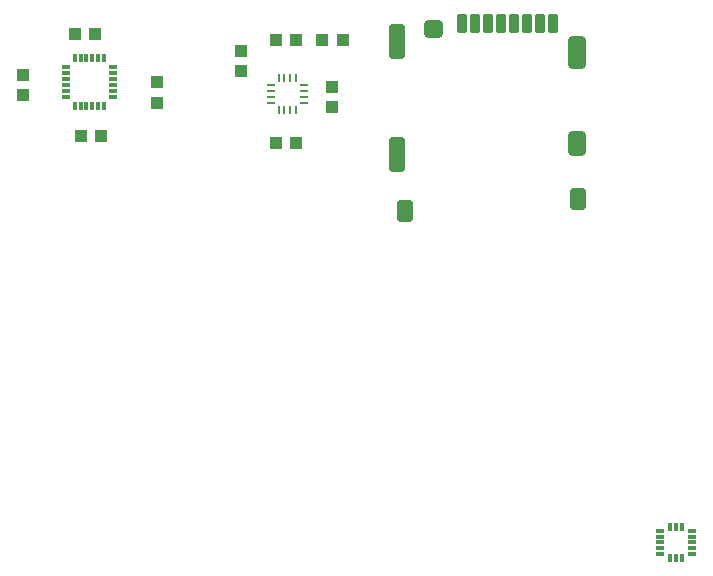
<source format=gtp>
G75*
G70*
%OFA0B0*%
%FSLAX24Y24*%
%IPPOS*%
%LPD*%
%AMOC8*
5,1,8,0,0,1.08239X$1,22.5*
%
%ADD10C,0.0157*%
%ADD11C,0.0305*%
%ADD12C,0.0276*%
%ADD13R,0.0118X0.0315*%
%ADD14R,0.0315X0.0118*%
%ADD15R,0.0110X0.0256*%
%ADD16R,0.0256X0.0110*%
%ADD17R,0.0394X0.0433*%
%ADD18R,0.0433X0.0394*%
%ADD19R,0.0413X0.0425*%
%ADD20R,0.0425X0.0413*%
D10*
X031347Y020035D02*
X031505Y020035D01*
X031505Y019561D01*
X031347Y019561D01*
X031347Y020035D01*
X031347Y019717D02*
X031505Y019717D01*
X031505Y019873D02*
X031347Y019873D01*
X031347Y020029D02*
X031505Y020029D01*
X031780Y019561D02*
X031938Y019561D01*
X031780Y019561D02*
X031780Y020035D01*
X031938Y020035D01*
X031938Y019561D01*
X031938Y019717D02*
X031780Y019717D01*
X031780Y019873D02*
X031938Y019873D01*
X031938Y020029D02*
X031780Y020029D01*
X032213Y019561D02*
X032371Y019561D01*
X032213Y019561D02*
X032213Y020035D01*
X032371Y020035D01*
X032371Y019561D01*
X032371Y019717D02*
X032213Y019717D01*
X032213Y019873D02*
X032371Y019873D01*
X032371Y020029D02*
X032213Y020029D01*
X032646Y019561D02*
X032804Y019561D01*
X032646Y019561D02*
X032646Y020035D01*
X032804Y020035D01*
X032804Y019561D01*
X032804Y019717D02*
X032646Y019717D01*
X032646Y019873D02*
X032804Y019873D01*
X032804Y020029D02*
X032646Y020029D01*
X033079Y019561D02*
X033237Y019561D01*
X033079Y019561D02*
X033079Y020035D01*
X033237Y020035D01*
X033237Y019561D01*
X033237Y019717D02*
X033079Y019717D01*
X033079Y019873D02*
X033237Y019873D01*
X033237Y020029D02*
X033079Y020029D01*
X033512Y019561D02*
X033670Y019561D01*
X033512Y019561D02*
X033512Y020035D01*
X033670Y020035D01*
X033670Y019561D01*
X033670Y019717D02*
X033512Y019717D01*
X033512Y019873D02*
X033670Y019873D01*
X033670Y020029D02*
X033512Y020029D01*
X033945Y019561D02*
X034103Y019561D01*
X033945Y019561D02*
X033945Y020035D01*
X034103Y020035D01*
X034103Y019561D01*
X034103Y019717D02*
X033945Y019717D01*
X033945Y019873D02*
X034103Y019873D01*
X034103Y020029D02*
X033945Y020029D01*
X034378Y019561D02*
X034536Y019561D01*
X034378Y019561D02*
X034378Y020035D01*
X034536Y020035D01*
X034536Y019561D01*
X034536Y019717D02*
X034378Y019717D01*
X034378Y019873D02*
X034536Y019873D01*
X034536Y020029D02*
X034378Y020029D01*
D11*
X035117Y018415D02*
X035423Y018415D01*
X035117Y018415D02*
X035117Y019213D01*
X035423Y019213D01*
X035423Y018415D01*
X035423Y018719D02*
X035117Y018719D01*
X035117Y019023D02*
X035423Y019023D01*
X030644Y019458D02*
X030318Y019458D01*
X030318Y019764D01*
X030644Y019764D01*
X030644Y019458D01*
X030644Y019762D02*
X030318Y019762D01*
X035117Y015521D02*
X035423Y015521D01*
X035117Y015521D02*
X035117Y016043D01*
X035423Y016043D01*
X035423Y015521D01*
X035423Y015825D02*
X035117Y015825D01*
D12*
X035163Y013676D02*
X035437Y013676D01*
X035163Y013676D02*
X035163Y014148D01*
X035437Y014148D01*
X035437Y013676D01*
X035437Y013951D02*
X035163Y013951D01*
X029689Y013282D02*
X029415Y013282D01*
X029415Y013754D01*
X029689Y013754D01*
X029689Y013282D01*
X029689Y013557D02*
X029415Y013557D01*
X029413Y014956D02*
X029139Y014956D01*
X029139Y015860D01*
X029413Y015860D01*
X029413Y014956D01*
X029413Y015231D02*
X029139Y015231D01*
X029139Y015506D02*
X029413Y015506D01*
X029413Y015781D02*
X029139Y015781D01*
X029139Y018716D02*
X029413Y018716D01*
X029139Y018716D02*
X029139Y019620D01*
X029413Y019620D01*
X029413Y018716D01*
X029413Y018991D02*
X029139Y018991D01*
X029139Y019266D02*
X029413Y019266D01*
X029413Y019541D02*
X029139Y019541D01*
D13*
X019517Y018607D03*
X019320Y018607D03*
X019123Y018607D03*
X018927Y018607D03*
X018730Y018607D03*
X018533Y018607D03*
X018533Y017032D03*
X018730Y017032D03*
X018927Y017032D03*
X019123Y017032D03*
X019320Y017032D03*
X019517Y017032D03*
X038378Y002972D03*
X038575Y002972D03*
X038772Y002972D03*
X038772Y001968D03*
X038575Y001968D03*
X038378Y001968D03*
D14*
X038044Y002076D03*
X038044Y002273D03*
X038044Y002470D03*
X038044Y002666D03*
X038044Y002863D03*
X039106Y002863D03*
X039106Y002666D03*
X039106Y002470D03*
X039106Y002273D03*
X039106Y002076D03*
X019812Y017327D03*
X019812Y017524D03*
X019812Y017721D03*
X019812Y017918D03*
X019812Y018115D03*
X019812Y018312D03*
X018238Y018312D03*
X018238Y018115D03*
X018238Y017918D03*
X018238Y017721D03*
X018238Y017524D03*
X018238Y017327D03*
D15*
X025330Y016880D03*
X025527Y016880D03*
X025723Y016880D03*
X025920Y016880D03*
X025920Y017959D03*
X025723Y017959D03*
X025527Y017959D03*
X025330Y017959D03*
D16*
X025086Y017715D03*
X025086Y017518D03*
X025086Y017321D03*
X025086Y017124D03*
X026164Y017124D03*
X026164Y017321D03*
X026164Y017518D03*
X026164Y017715D03*
D17*
X025240Y015770D03*
X025910Y015770D03*
D18*
X024075Y018185D03*
X024075Y018854D03*
D19*
X025231Y019220D03*
X025919Y019220D03*
X026781Y019220D03*
X027469Y019220D03*
X019419Y016020D03*
X018731Y016020D03*
X018531Y019420D03*
X019219Y019420D03*
D20*
X016825Y018064D03*
X016825Y017375D03*
X021275Y017125D03*
X021275Y017814D03*
X027125Y017664D03*
X027125Y016975D03*
M02*

</source>
